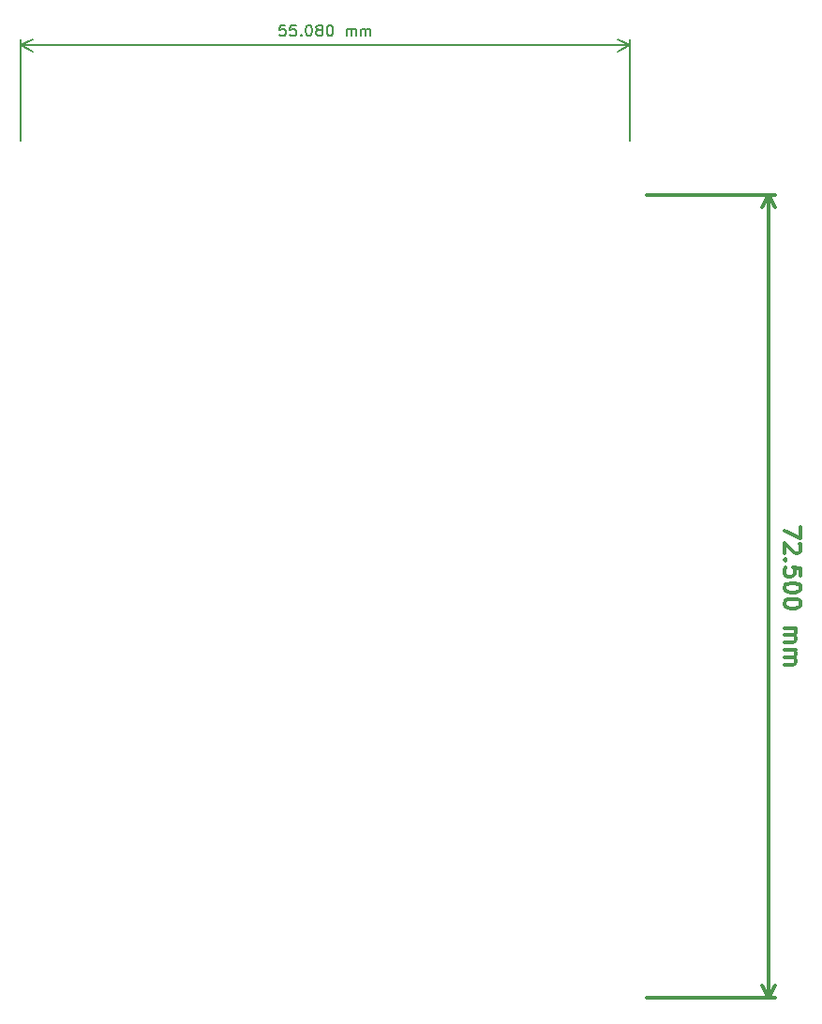
<source format=gbr>
G04 #@! TF.GenerationSoftware,KiCad,Pcbnew,5.1.6-c6e7f7d~87~ubuntu20.04.1*
G04 #@! TF.CreationDate,2020-08-05T12:50:38+01:00*
G04 #@! TF.ProjectId,spikeling,7370696b-656c-4696-9e67-2e6b69636164,rev?*
G04 #@! TF.SameCoordinates,Original*
G04 #@! TF.FileFunction,Other,ECO2*
%FSLAX46Y46*%
G04 Gerber Fmt 4.6, Leading zero omitted, Abs format (unit mm)*
G04 Created by KiCad (PCBNEW 5.1.6-c6e7f7d~87~ubuntu20.04.1) date 2020-08-05 12:50:38*
%MOMM*%
%LPD*%
G01*
G04 APERTURE LIST*
%ADD10C,0.150000*%
%ADD11C,0.300000*%
G04 APERTURE END LIST*
D10*
X164340952Y-33652380D02*
X163864761Y-33652380D01*
X163817142Y-34128571D01*
X163864761Y-34080952D01*
X163960000Y-34033333D01*
X164198095Y-34033333D01*
X164293333Y-34080952D01*
X164340952Y-34128571D01*
X164388571Y-34223809D01*
X164388571Y-34461904D01*
X164340952Y-34557142D01*
X164293333Y-34604761D01*
X164198095Y-34652380D01*
X163960000Y-34652380D01*
X163864761Y-34604761D01*
X163817142Y-34557142D01*
X165293333Y-33652380D02*
X164817142Y-33652380D01*
X164769523Y-34128571D01*
X164817142Y-34080952D01*
X164912380Y-34033333D01*
X165150476Y-34033333D01*
X165245714Y-34080952D01*
X165293333Y-34128571D01*
X165340952Y-34223809D01*
X165340952Y-34461904D01*
X165293333Y-34557142D01*
X165245714Y-34604761D01*
X165150476Y-34652380D01*
X164912380Y-34652380D01*
X164817142Y-34604761D01*
X164769523Y-34557142D01*
X165769523Y-34557142D02*
X165817142Y-34604761D01*
X165769523Y-34652380D01*
X165721904Y-34604761D01*
X165769523Y-34557142D01*
X165769523Y-34652380D01*
X166436190Y-33652380D02*
X166531428Y-33652380D01*
X166626666Y-33700000D01*
X166674285Y-33747619D01*
X166721904Y-33842857D01*
X166769523Y-34033333D01*
X166769523Y-34271428D01*
X166721904Y-34461904D01*
X166674285Y-34557142D01*
X166626666Y-34604761D01*
X166531428Y-34652380D01*
X166436190Y-34652380D01*
X166340952Y-34604761D01*
X166293333Y-34557142D01*
X166245714Y-34461904D01*
X166198095Y-34271428D01*
X166198095Y-34033333D01*
X166245714Y-33842857D01*
X166293333Y-33747619D01*
X166340952Y-33700000D01*
X166436190Y-33652380D01*
X167340952Y-34080952D02*
X167245714Y-34033333D01*
X167198095Y-33985714D01*
X167150476Y-33890476D01*
X167150476Y-33842857D01*
X167198095Y-33747619D01*
X167245714Y-33700000D01*
X167340952Y-33652380D01*
X167531428Y-33652380D01*
X167626666Y-33700000D01*
X167674285Y-33747619D01*
X167721904Y-33842857D01*
X167721904Y-33890476D01*
X167674285Y-33985714D01*
X167626666Y-34033333D01*
X167531428Y-34080952D01*
X167340952Y-34080952D01*
X167245714Y-34128571D01*
X167198095Y-34176190D01*
X167150476Y-34271428D01*
X167150476Y-34461904D01*
X167198095Y-34557142D01*
X167245714Y-34604761D01*
X167340952Y-34652380D01*
X167531428Y-34652380D01*
X167626666Y-34604761D01*
X167674285Y-34557142D01*
X167721904Y-34461904D01*
X167721904Y-34271428D01*
X167674285Y-34176190D01*
X167626666Y-34128571D01*
X167531428Y-34080952D01*
X168340952Y-33652380D02*
X168436190Y-33652380D01*
X168531428Y-33700000D01*
X168579047Y-33747619D01*
X168626666Y-33842857D01*
X168674285Y-34033333D01*
X168674285Y-34271428D01*
X168626666Y-34461904D01*
X168579047Y-34557142D01*
X168531428Y-34604761D01*
X168436190Y-34652380D01*
X168340952Y-34652380D01*
X168245714Y-34604761D01*
X168198095Y-34557142D01*
X168150476Y-34461904D01*
X168102857Y-34271428D01*
X168102857Y-34033333D01*
X168150476Y-33842857D01*
X168198095Y-33747619D01*
X168245714Y-33700000D01*
X168340952Y-33652380D01*
X169864761Y-34652380D02*
X169864761Y-33985714D01*
X169864761Y-34080952D02*
X169912380Y-34033333D01*
X170007619Y-33985714D01*
X170150476Y-33985714D01*
X170245714Y-34033333D01*
X170293333Y-34128571D01*
X170293333Y-34652380D01*
X170293333Y-34128571D02*
X170340952Y-34033333D01*
X170436190Y-33985714D01*
X170579047Y-33985714D01*
X170674285Y-34033333D01*
X170721904Y-34128571D01*
X170721904Y-34652380D01*
X171198095Y-34652380D02*
X171198095Y-33985714D01*
X171198095Y-34080952D02*
X171245714Y-34033333D01*
X171340952Y-33985714D01*
X171483809Y-33985714D01*
X171579047Y-34033333D01*
X171626666Y-34128571D01*
X171626666Y-34652380D01*
X171626666Y-34128571D02*
X171674285Y-34033333D01*
X171769523Y-33985714D01*
X171912380Y-33985714D01*
X172007619Y-34033333D01*
X172055238Y-34128571D01*
X172055238Y-34652380D01*
X195500000Y-35500000D02*
X140420000Y-35500000D01*
X195500000Y-44136000D02*
X195500000Y-34913579D01*
X140420000Y-44136000D02*
X140420000Y-34913579D01*
X140420000Y-35500000D02*
X141546504Y-34913579D01*
X140420000Y-35500000D02*
X141546504Y-36086421D01*
X195500000Y-35500000D02*
X194373496Y-34913579D01*
X195500000Y-35500000D02*
X194373496Y-36086421D01*
D11*
X210921428Y-78964285D02*
X210921428Y-79964285D01*
X209421428Y-79321428D01*
X210778571Y-80464285D02*
X210850000Y-80535714D01*
X210921428Y-80678571D01*
X210921428Y-81035714D01*
X210850000Y-81178571D01*
X210778571Y-81250000D01*
X210635714Y-81321428D01*
X210492857Y-81321428D01*
X210278571Y-81250000D01*
X209421428Y-80392857D01*
X209421428Y-81321428D01*
X209564285Y-81964285D02*
X209492857Y-82035714D01*
X209421428Y-81964285D01*
X209492857Y-81892857D01*
X209564285Y-81964285D01*
X209421428Y-81964285D01*
X210921428Y-83392857D02*
X210921428Y-82678571D01*
X210207142Y-82607142D01*
X210278571Y-82678571D01*
X210350000Y-82821428D01*
X210350000Y-83178571D01*
X210278571Y-83321428D01*
X210207142Y-83392857D01*
X210064285Y-83464285D01*
X209707142Y-83464285D01*
X209564285Y-83392857D01*
X209492857Y-83321428D01*
X209421428Y-83178571D01*
X209421428Y-82821428D01*
X209492857Y-82678571D01*
X209564285Y-82607142D01*
X210921428Y-84392857D02*
X210921428Y-84535714D01*
X210850000Y-84678571D01*
X210778571Y-84750000D01*
X210635714Y-84821428D01*
X210350000Y-84892857D01*
X209992857Y-84892857D01*
X209707142Y-84821428D01*
X209564285Y-84750000D01*
X209492857Y-84678571D01*
X209421428Y-84535714D01*
X209421428Y-84392857D01*
X209492857Y-84250000D01*
X209564285Y-84178571D01*
X209707142Y-84107142D01*
X209992857Y-84035714D01*
X210350000Y-84035714D01*
X210635714Y-84107142D01*
X210778571Y-84178571D01*
X210850000Y-84250000D01*
X210921428Y-84392857D01*
X210921428Y-85821428D02*
X210921428Y-85964285D01*
X210850000Y-86107142D01*
X210778571Y-86178571D01*
X210635714Y-86250000D01*
X210350000Y-86321428D01*
X209992857Y-86321428D01*
X209707142Y-86250000D01*
X209564285Y-86178571D01*
X209492857Y-86107142D01*
X209421428Y-85964285D01*
X209421428Y-85821428D01*
X209492857Y-85678571D01*
X209564285Y-85607142D01*
X209707142Y-85535714D01*
X209992857Y-85464285D01*
X210350000Y-85464285D01*
X210635714Y-85535714D01*
X210778571Y-85607142D01*
X210850000Y-85678571D01*
X210921428Y-85821428D01*
X209421428Y-88107142D02*
X210421428Y-88107142D01*
X210278571Y-88107142D02*
X210350000Y-88178571D01*
X210421428Y-88321428D01*
X210421428Y-88535714D01*
X210350000Y-88678571D01*
X210207142Y-88750000D01*
X209421428Y-88750000D01*
X210207142Y-88750000D02*
X210350000Y-88821428D01*
X210421428Y-88964285D01*
X210421428Y-89178571D01*
X210350000Y-89321428D01*
X210207142Y-89392857D01*
X209421428Y-89392857D01*
X209421428Y-90107142D02*
X210421428Y-90107142D01*
X210278571Y-90107142D02*
X210350000Y-90178571D01*
X210421428Y-90321428D01*
X210421428Y-90535714D01*
X210350000Y-90678571D01*
X210207142Y-90750000D01*
X209421428Y-90750000D01*
X210207142Y-90750000D02*
X210350000Y-90821428D01*
X210421428Y-90964285D01*
X210421428Y-91178571D01*
X210350000Y-91321428D01*
X210207142Y-91392857D01*
X209421428Y-91392857D01*
X208000000Y-49000000D02*
X208000000Y-121500000D01*
X197000000Y-49000000D02*
X208586421Y-49000000D01*
X197000000Y-121500000D02*
X208586421Y-121500000D01*
X208000000Y-121500000D02*
X207413579Y-120373496D01*
X208000000Y-121500000D02*
X208586421Y-120373496D01*
X208000000Y-49000000D02*
X207413579Y-50126504D01*
X208000000Y-49000000D02*
X208586421Y-50126504D01*
M02*

</source>
